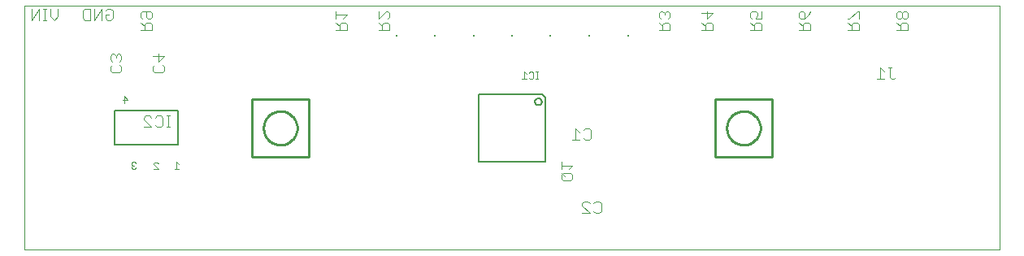
<source format=gbo>
G75*
G70*
%OFA0B0*%
%FSLAX24Y24*%
%IPPOS*%
%LPD*%
%AMOC8*
5,1,8,0,0,1.08239X$1,22.5*
%
%ADD10C,0.0000*%
%ADD11C,0.0040*%
%ADD12R,0.0079X0.0079*%
%ADD13C,0.0060*%
%ADD14C,0.0030*%
%ADD15C,0.0100*%
%ADD16C,0.0080*%
D10*
X000150Y000175D02*
X000150Y010175D01*
X040150Y010175D01*
X040150Y000175D01*
X000150Y000175D01*
D11*
X004541Y003542D02*
X004588Y003495D01*
X004681Y003495D01*
X004728Y003542D01*
X004635Y003635D02*
X004588Y003635D01*
X004541Y003588D01*
X004541Y003542D01*
X004588Y003635D02*
X004541Y003682D01*
X004541Y003729D01*
X004588Y003775D01*
X004681Y003775D01*
X004728Y003729D01*
X005451Y003725D02*
X005498Y003772D01*
X005591Y003772D01*
X005638Y003725D01*
X005451Y003725D02*
X005451Y003678D01*
X005638Y003491D01*
X005451Y003491D01*
X006302Y003495D02*
X006489Y003495D01*
X006396Y003495D02*
X006396Y003775D01*
X006489Y003682D01*
X006130Y005215D02*
X005977Y005215D01*
X006053Y005215D02*
X006053Y005675D01*
X005977Y005675D02*
X006130Y005675D01*
X005823Y005599D02*
X005823Y005292D01*
X005746Y005215D01*
X005593Y005215D01*
X005516Y005292D01*
X005363Y005215D02*
X005056Y005215D01*
X005363Y005215D02*
X005056Y005522D01*
X005056Y005599D01*
X005132Y005675D01*
X005286Y005675D01*
X005363Y005599D01*
X005516Y005599D02*
X005593Y005675D01*
X005746Y005675D01*
X005823Y005599D01*
X004240Y006195D02*
X004240Y006475D01*
X004380Y006335D01*
X004193Y006335D01*
X004054Y007445D02*
X003747Y007445D01*
X003670Y007522D01*
X003670Y007675D01*
X003747Y007752D01*
X003747Y007905D02*
X003670Y007982D01*
X003670Y008136D01*
X003747Y008212D01*
X003823Y008212D01*
X003900Y008136D01*
X003900Y008059D01*
X003900Y008136D02*
X003977Y008212D01*
X004054Y008212D01*
X004130Y008136D01*
X004130Y007982D01*
X004054Y007905D01*
X004054Y007752D02*
X004130Y007675D01*
X004130Y007522D01*
X004054Y007445D01*
X005420Y007522D02*
X005420Y007675D01*
X005497Y007752D01*
X005650Y007905D02*
X005650Y008212D01*
X005420Y008136D02*
X005880Y008136D01*
X005650Y007905D01*
X005804Y007752D02*
X005880Y007675D01*
X005880Y007522D01*
X005804Y007445D01*
X005497Y007445D01*
X005420Y007522D01*
X005380Y009195D02*
X004920Y009195D01*
X005073Y009195D02*
X005073Y009425D01*
X005150Y009502D01*
X005304Y009502D01*
X005380Y009425D01*
X005380Y009195D01*
X005073Y009348D02*
X004920Y009502D01*
X004997Y009655D02*
X004920Y009732D01*
X004920Y009886D01*
X004997Y009962D01*
X005304Y009962D01*
X005380Y009886D01*
X005380Y009732D01*
X005304Y009655D01*
X005227Y009655D01*
X005150Y009732D01*
X005150Y009962D01*
X003774Y009992D02*
X003774Y009685D01*
X003697Y009608D01*
X003544Y009608D01*
X003467Y009685D01*
X003467Y009839D01*
X003620Y009839D01*
X003467Y009992D02*
X003544Y010069D01*
X003697Y010069D01*
X003774Y009992D01*
X003313Y010069D02*
X003006Y009608D01*
X003006Y010069D01*
X002853Y010069D02*
X002623Y010069D01*
X002546Y009992D01*
X002546Y009685D01*
X002623Y009608D01*
X002853Y009608D01*
X002853Y010069D01*
X003313Y010069D02*
X003313Y009608D01*
X001524Y009762D02*
X001524Y010069D01*
X001217Y010069D02*
X001217Y009762D01*
X001370Y009608D01*
X001524Y009762D01*
X001063Y009608D02*
X000910Y009608D01*
X000987Y009608D02*
X000987Y010069D01*
X001063Y010069D02*
X000910Y010069D01*
X000756Y010069D02*
X000449Y009608D01*
X000449Y010069D01*
X000756Y010069D02*
X000756Y009608D01*
X012920Y009655D02*
X012920Y009962D01*
X012920Y009809D02*
X013380Y009809D01*
X013227Y009655D01*
X013304Y009502D02*
X013150Y009502D01*
X013073Y009425D01*
X013073Y009195D01*
X012920Y009195D02*
X013380Y009195D01*
X013380Y009425D01*
X013304Y009502D01*
X013073Y009348D02*
X012920Y009502D01*
X014670Y009502D02*
X014823Y009348D01*
X014823Y009425D02*
X014823Y009195D01*
X014670Y009195D02*
X015130Y009195D01*
X015130Y009425D01*
X015054Y009502D01*
X014900Y009502D01*
X014823Y009425D01*
X014670Y009655D02*
X014977Y009962D01*
X015054Y009962D01*
X015130Y009886D01*
X015130Y009732D01*
X015054Y009655D01*
X014670Y009655D02*
X014670Y009962D01*
X026170Y009886D02*
X026170Y009732D01*
X026247Y009655D01*
X026400Y009809D02*
X026400Y009886D01*
X026323Y009962D01*
X026247Y009962D01*
X026170Y009886D01*
X026400Y009886D02*
X026477Y009962D01*
X026554Y009962D01*
X026630Y009886D01*
X026630Y009732D01*
X026554Y009655D01*
X026554Y009502D02*
X026400Y009502D01*
X026323Y009425D01*
X026323Y009195D01*
X026170Y009195D02*
X026630Y009195D01*
X026630Y009425D01*
X026554Y009502D01*
X026323Y009348D02*
X026170Y009502D01*
X027920Y009502D02*
X028073Y009348D01*
X028073Y009425D02*
X028073Y009195D01*
X027920Y009195D02*
X028380Y009195D01*
X028380Y009425D01*
X028304Y009502D01*
X028150Y009502D01*
X028073Y009425D01*
X028150Y009655D02*
X028150Y009962D01*
X027920Y009886D02*
X028380Y009886D01*
X028150Y009655D01*
X029920Y009732D02*
X029997Y009655D01*
X029920Y009732D02*
X029920Y009886D01*
X029997Y009962D01*
X030150Y009962D01*
X030227Y009886D01*
X030227Y009809D01*
X030150Y009655D01*
X030380Y009655D01*
X030380Y009962D01*
X031920Y009886D02*
X031920Y009732D01*
X031997Y009655D01*
X032150Y009655D01*
X032150Y009886D01*
X032073Y009962D01*
X031997Y009962D01*
X031920Y009886D01*
X032150Y009655D02*
X032304Y009809D01*
X032380Y009962D01*
X033920Y009655D02*
X033997Y009655D01*
X034304Y009962D01*
X034380Y009962D01*
X034380Y009655D01*
X034304Y009502D02*
X034150Y009502D01*
X034073Y009425D01*
X034073Y009195D01*
X033920Y009195D02*
X034380Y009195D01*
X034380Y009425D01*
X034304Y009502D01*
X034073Y009348D02*
X033920Y009502D01*
X032380Y009425D02*
X032380Y009195D01*
X031920Y009195D01*
X032073Y009195D02*
X032073Y009425D01*
X032150Y009502D01*
X032304Y009502D01*
X032380Y009425D01*
X032073Y009348D02*
X031920Y009502D01*
X030380Y009425D02*
X030380Y009195D01*
X029920Y009195D01*
X030073Y009195D02*
X030073Y009425D01*
X030150Y009502D01*
X030304Y009502D01*
X030380Y009425D01*
X030073Y009348D02*
X029920Y009502D01*
X035920Y009502D02*
X036073Y009348D01*
X036073Y009425D02*
X036073Y009195D01*
X035920Y009195D02*
X036380Y009195D01*
X036380Y009425D01*
X036304Y009502D01*
X036150Y009502D01*
X036073Y009425D01*
X036073Y009655D02*
X036150Y009732D01*
X036150Y009886D01*
X036073Y009962D01*
X035997Y009962D01*
X035920Y009886D01*
X035920Y009732D01*
X035997Y009655D01*
X036073Y009655D01*
X036150Y009732D02*
X036227Y009655D01*
X036304Y009655D01*
X036380Y009732D01*
X036380Y009886D01*
X036304Y009962D01*
X036227Y009962D01*
X036150Y009886D01*
X035727Y007655D02*
X035573Y007655D01*
X035650Y007655D02*
X035650Y007272D01*
X035727Y007195D01*
X035803Y007195D01*
X035880Y007272D01*
X035420Y007195D02*
X035113Y007195D01*
X035266Y007195D02*
X035266Y007655D01*
X035420Y007502D01*
X023380Y005079D02*
X023380Y004772D01*
X023303Y004695D01*
X023150Y004695D01*
X023073Y004772D01*
X022920Y004695D02*
X022613Y004695D01*
X022766Y004695D02*
X022766Y005155D01*
X022920Y005002D01*
X023073Y005079D02*
X023150Y005155D01*
X023303Y005155D01*
X023380Y005079D01*
X022170Y003792D02*
X022170Y003485D01*
X022170Y003638D02*
X022630Y003638D01*
X022477Y003485D01*
X022554Y003331D02*
X022247Y003331D01*
X022170Y003254D01*
X022170Y003101D01*
X022247Y003024D01*
X022554Y003024D01*
X022630Y003101D01*
X022630Y003254D01*
X022554Y003331D01*
X022323Y003178D02*
X022170Y003331D01*
X023110Y002155D02*
X023264Y002155D01*
X023340Y002079D01*
X023494Y002079D02*
X023571Y002155D01*
X023724Y002155D01*
X023801Y002079D01*
X023801Y001772D01*
X023724Y001695D01*
X023571Y001695D01*
X023494Y001772D01*
X023340Y001695D02*
X023033Y002002D01*
X023033Y002079D01*
X023110Y002155D01*
X023033Y001695D02*
X023340Y001695D01*
D12*
X023317Y008964D03*
X024900Y008964D03*
X021733Y008964D03*
X020150Y008964D03*
X018567Y008964D03*
X016983Y008964D03*
X015400Y008964D03*
D13*
X018770Y006555D02*
X021390Y006555D01*
X021530Y006415D01*
X021530Y003795D01*
X018770Y003795D01*
X018770Y006555D01*
X021089Y006255D02*
X021091Y006278D01*
X021097Y006301D01*
X021106Y006322D01*
X021119Y006342D01*
X021135Y006359D01*
X021153Y006373D01*
X021173Y006384D01*
X021195Y006392D01*
X021218Y006396D01*
X021242Y006396D01*
X021265Y006392D01*
X021287Y006384D01*
X021307Y006373D01*
X021325Y006359D01*
X021341Y006342D01*
X021354Y006322D01*
X021363Y006301D01*
X021369Y006278D01*
X021371Y006255D01*
X021369Y006232D01*
X021363Y006209D01*
X021354Y006188D01*
X021341Y006168D01*
X021325Y006151D01*
X021307Y006137D01*
X021287Y006126D01*
X021265Y006118D01*
X021242Y006114D01*
X021218Y006114D01*
X021195Y006118D01*
X021173Y006126D01*
X021153Y006137D01*
X021135Y006151D01*
X021119Y006168D01*
X021106Y006188D01*
X021097Y006209D01*
X021091Y006232D01*
X021089Y006255D01*
D14*
X021128Y007190D02*
X021225Y007190D01*
X021177Y007190D02*
X021177Y007480D01*
X021225Y007480D02*
X021128Y007480D01*
X021029Y007432D02*
X021029Y007238D01*
X020980Y007190D01*
X020883Y007190D01*
X020835Y007238D01*
X020734Y007190D02*
X020540Y007190D01*
X020637Y007190D02*
X020637Y007480D01*
X020734Y007383D01*
X020835Y007432D02*
X020883Y007480D01*
X020980Y007480D01*
X021029Y007432D01*
D15*
X028469Y006356D02*
X030831Y006356D01*
X030831Y003994D01*
X028469Y003994D01*
X028469Y006356D01*
X028961Y005175D02*
X028963Y005227D01*
X028969Y005279D01*
X028979Y005330D01*
X028992Y005380D01*
X029010Y005430D01*
X029031Y005477D01*
X029055Y005523D01*
X029084Y005567D01*
X029115Y005609D01*
X029149Y005648D01*
X029186Y005685D01*
X029226Y005718D01*
X029269Y005749D01*
X029313Y005776D01*
X029359Y005800D01*
X029408Y005820D01*
X029457Y005836D01*
X029508Y005849D01*
X029559Y005858D01*
X029611Y005863D01*
X029663Y005864D01*
X029715Y005861D01*
X029767Y005854D01*
X029818Y005843D01*
X029868Y005829D01*
X029917Y005810D01*
X029964Y005788D01*
X030009Y005763D01*
X030053Y005734D01*
X030094Y005702D01*
X030133Y005667D01*
X030168Y005629D01*
X030201Y005588D01*
X030231Y005546D01*
X030257Y005501D01*
X030280Y005454D01*
X030299Y005405D01*
X030315Y005355D01*
X030327Y005305D01*
X030335Y005253D01*
X030339Y005201D01*
X030339Y005149D01*
X030335Y005097D01*
X030327Y005045D01*
X030315Y004995D01*
X030299Y004945D01*
X030280Y004896D01*
X030257Y004849D01*
X030231Y004804D01*
X030201Y004762D01*
X030168Y004721D01*
X030133Y004683D01*
X030094Y004648D01*
X030053Y004616D01*
X030009Y004587D01*
X029964Y004562D01*
X029917Y004540D01*
X029868Y004521D01*
X029818Y004507D01*
X029767Y004496D01*
X029715Y004489D01*
X029663Y004486D01*
X029611Y004487D01*
X029559Y004492D01*
X029508Y004501D01*
X029457Y004514D01*
X029408Y004530D01*
X029359Y004550D01*
X029313Y004574D01*
X029269Y004601D01*
X029226Y004632D01*
X029186Y004665D01*
X029149Y004702D01*
X029115Y004741D01*
X029084Y004783D01*
X029055Y004827D01*
X029031Y004873D01*
X029010Y004920D01*
X028992Y004970D01*
X028979Y005020D01*
X028969Y005071D01*
X028963Y005123D01*
X028961Y005175D01*
X011831Y006356D02*
X011831Y003994D01*
X009469Y003994D01*
X009469Y006356D01*
X011831Y006356D01*
X009961Y005175D02*
X009963Y005227D01*
X009969Y005279D01*
X009979Y005330D01*
X009992Y005380D01*
X010010Y005430D01*
X010031Y005477D01*
X010055Y005523D01*
X010084Y005567D01*
X010115Y005609D01*
X010149Y005648D01*
X010186Y005685D01*
X010226Y005718D01*
X010269Y005749D01*
X010313Y005776D01*
X010359Y005800D01*
X010408Y005820D01*
X010457Y005836D01*
X010508Y005849D01*
X010559Y005858D01*
X010611Y005863D01*
X010663Y005864D01*
X010715Y005861D01*
X010767Y005854D01*
X010818Y005843D01*
X010868Y005829D01*
X010917Y005810D01*
X010964Y005788D01*
X011009Y005763D01*
X011053Y005734D01*
X011094Y005702D01*
X011133Y005667D01*
X011168Y005629D01*
X011201Y005588D01*
X011231Y005546D01*
X011257Y005501D01*
X011280Y005454D01*
X011299Y005405D01*
X011315Y005355D01*
X011327Y005305D01*
X011335Y005253D01*
X011339Y005201D01*
X011339Y005149D01*
X011335Y005097D01*
X011327Y005045D01*
X011315Y004995D01*
X011299Y004945D01*
X011280Y004896D01*
X011257Y004849D01*
X011231Y004804D01*
X011201Y004762D01*
X011168Y004721D01*
X011133Y004683D01*
X011094Y004648D01*
X011053Y004616D01*
X011009Y004587D01*
X010964Y004562D01*
X010917Y004540D01*
X010868Y004521D01*
X010818Y004507D01*
X010767Y004496D01*
X010715Y004489D01*
X010663Y004486D01*
X010611Y004487D01*
X010559Y004492D01*
X010508Y004501D01*
X010457Y004514D01*
X010408Y004530D01*
X010359Y004550D01*
X010313Y004574D01*
X010269Y004601D01*
X010226Y004632D01*
X010186Y004665D01*
X010149Y004702D01*
X010115Y004741D01*
X010084Y004783D01*
X010055Y004827D01*
X010031Y004873D01*
X010010Y004920D01*
X009992Y004970D01*
X009979Y005020D01*
X009969Y005071D01*
X009963Y005123D01*
X009961Y005175D01*
D16*
X006440Y004475D02*
X006440Y005875D01*
X003860Y005875D01*
X003860Y004475D01*
X006440Y004475D01*
M02*

</source>
